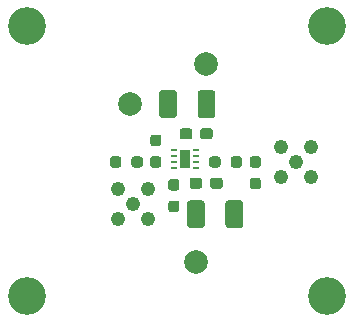
<source format=gbr>
G04 #@! TF.GenerationSoftware,KiCad,Pcbnew,(5.1.9-0-10_14)*
G04 #@! TF.CreationDate,2021-04-04T17:46:36+02:00*
G04 #@! TF.ProjectId,wson8,77736f6e-382e-46b6-9963-61645f706362,rev?*
G04 #@! TF.SameCoordinates,Original*
G04 #@! TF.FileFunction,Soldermask,Top*
G04 #@! TF.FilePolarity,Negative*
%FSLAX46Y46*%
G04 Gerber Fmt 4.6, Leading zero omitted, Abs format (unit mm)*
G04 Created by KiCad (PCBNEW (5.1.9-0-10_14)) date 2021-04-04 17:46:36*
%MOMM*%
%LPD*%
G01*
G04 APERTURE LIST*
%ADD10C,1.240000*%
%ADD11C,2.000000*%
%ADD12C,3.200000*%
%ADD13R,0.500000X0.250000*%
%ADD14R,0.900000X1.600000*%
G04 APERTURE END LIST*
G36*
G01*
X114316500Y-106798300D02*
X114791500Y-106798300D01*
G75*
G02*
X115029000Y-107035800I0J-237500D01*
G01*
X115029000Y-107535800D01*
G75*
G02*
X114791500Y-107773300I-237500J0D01*
G01*
X114316500Y-107773300D01*
G75*
G02*
X114079000Y-107535800I0J237500D01*
G01*
X114079000Y-107035800D01*
G75*
G02*
X114316500Y-106798300I237500J0D01*
G01*
G37*
G36*
G01*
X114316500Y-104973300D02*
X114791500Y-104973300D01*
G75*
G02*
X115029000Y-105210800I0J-237500D01*
G01*
X115029000Y-105710800D01*
G75*
G02*
X114791500Y-105948300I-237500J0D01*
G01*
X114316500Y-105948300D01*
G75*
G02*
X114079000Y-105710800I0J237500D01*
G01*
X114079000Y-105210800D01*
G75*
G02*
X114316500Y-104973300I237500J0D01*
G01*
G37*
G36*
G01*
X111612500Y-105223300D02*
X111612500Y-105698300D01*
G75*
G02*
X111375000Y-105935800I-237500J0D01*
G01*
X110875000Y-105935800D01*
G75*
G02*
X110637500Y-105698300I0J237500D01*
G01*
X110637500Y-105223300D01*
G75*
G02*
X110875000Y-104985800I237500J0D01*
G01*
X111375000Y-104985800D01*
G75*
G02*
X111612500Y-105223300I0J-237500D01*
G01*
G37*
G36*
G01*
X113437500Y-105223300D02*
X113437500Y-105698300D01*
G75*
G02*
X113200000Y-105935800I-237500J0D01*
G01*
X112700000Y-105935800D01*
G75*
G02*
X112462500Y-105698300I0J237500D01*
G01*
X112462500Y-105223300D01*
G75*
G02*
X112700000Y-104985800I237500J0D01*
G01*
X113200000Y-104985800D01*
G75*
G02*
X113437500Y-105223300I0J-237500D01*
G01*
G37*
G36*
G01*
X105883700Y-104973300D02*
X106358700Y-104973300D01*
G75*
G02*
X106596200Y-105210800I0J-237500D01*
G01*
X106596200Y-105710800D01*
G75*
G02*
X106358700Y-105948300I-237500J0D01*
G01*
X105883700Y-105948300D01*
G75*
G02*
X105646200Y-105710800I0J237500D01*
G01*
X105646200Y-105210800D01*
G75*
G02*
X105883700Y-104973300I237500J0D01*
G01*
G37*
G36*
G01*
X105883700Y-103148300D02*
X106358700Y-103148300D01*
G75*
G02*
X106596200Y-103385800I0J-237500D01*
G01*
X106596200Y-103885800D01*
G75*
G02*
X106358700Y-104123300I-237500J0D01*
G01*
X105883700Y-104123300D01*
G75*
G02*
X105646200Y-103885800I0J237500D01*
G01*
X105646200Y-103385800D01*
G75*
G02*
X105883700Y-103148300I237500J0D01*
G01*
G37*
G36*
G01*
X103208900Y-105223300D02*
X103208900Y-105698300D01*
G75*
G02*
X102971400Y-105935800I-237500J0D01*
G01*
X102471400Y-105935800D01*
G75*
G02*
X102233900Y-105698300I0J237500D01*
G01*
X102233900Y-105223300D01*
G75*
G02*
X102471400Y-104985800I237500J0D01*
G01*
X102971400Y-104985800D01*
G75*
G02*
X103208900Y-105223300I0J-237500D01*
G01*
G37*
G36*
G01*
X105033900Y-105223300D02*
X105033900Y-105698300D01*
G75*
G02*
X104796400Y-105935800I-237500J0D01*
G01*
X104296400Y-105935800D01*
G75*
G02*
X104058900Y-105698300I0J237500D01*
G01*
X104058900Y-105223300D01*
G75*
G02*
X104296400Y-104985800I237500J0D01*
G01*
X104796400Y-104985800D01*
G75*
G02*
X105033900Y-105223300I0J-237500D01*
G01*
G37*
G36*
G01*
X107407700Y-108728700D02*
X107882700Y-108728700D01*
G75*
G02*
X108120200Y-108966200I0J-237500D01*
G01*
X108120200Y-109466200D01*
G75*
G02*
X107882700Y-109703700I-237500J0D01*
G01*
X107407700Y-109703700D01*
G75*
G02*
X107170200Y-109466200I0J237500D01*
G01*
X107170200Y-108966200D01*
G75*
G02*
X107407700Y-108728700I237500J0D01*
G01*
G37*
G36*
G01*
X107407700Y-106903700D02*
X107882700Y-106903700D01*
G75*
G02*
X108120200Y-107141200I0J-237500D01*
G01*
X108120200Y-107641200D01*
G75*
G02*
X107882700Y-107878700I-237500J0D01*
G01*
X107407700Y-107878700D01*
G75*
G02*
X107170200Y-107641200I0J237500D01*
G01*
X107170200Y-107141200D01*
G75*
G02*
X107407700Y-106903700I237500J0D01*
G01*
G37*
D10*
X116687600Y-106730800D03*
X119227600Y-104190800D03*
X119227600Y-106730800D03*
X116687600Y-104190800D03*
X117957600Y-105460800D03*
X102946200Y-110286800D03*
X105486200Y-107746800D03*
X105486200Y-110286800D03*
X102946200Y-107746800D03*
X104216200Y-109016800D03*
D11*
X109524800Y-113919000D03*
X103936800Y-100558600D03*
X110413800Y-97155000D03*
D12*
X95250000Y-116840000D03*
X120650000Y-116840000D03*
X120650000Y-93980000D03*
X95250000Y-93980000D03*
G36*
G01*
X110276000Y-108955400D02*
X110276000Y-110805400D01*
G75*
G02*
X110026000Y-111055400I-250000J0D01*
G01*
X109026000Y-111055400D01*
G75*
G02*
X108776000Y-110805400I0J250000D01*
G01*
X108776000Y-108955400D01*
G75*
G02*
X109026000Y-108705400I250000J0D01*
G01*
X110026000Y-108705400D01*
G75*
G02*
X110276000Y-108955400I0J-250000D01*
G01*
G37*
G36*
G01*
X113526000Y-108955400D02*
X113526000Y-110805400D01*
G75*
G02*
X113276000Y-111055400I-250000J0D01*
G01*
X112276000Y-111055400D01*
G75*
G02*
X112026000Y-110805400I0J250000D01*
G01*
X112026000Y-108955400D01*
G75*
G02*
X112276000Y-108705400I250000J0D01*
G01*
X113276000Y-108705400D01*
G75*
G02*
X113526000Y-108955400I0J-250000D01*
G01*
G37*
G36*
G01*
X110062300Y-107026700D02*
X110062300Y-107501700D01*
G75*
G02*
X109824800Y-107739200I-237500J0D01*
G01*
X109224800Y-107739200D01*
G75*
G02*
X108987300Y-107501700I0J237500D01*
G01*
X108987300Y-107026700D01*
G75*
G02*
X109224800Y-106789200I237500J0D01*
G01*
X109824800Y-106789200D01*
G75*
G02*
X110062300Y-107026700I0J-237500D01*
G01*
G37*
G36*
G01*
X111787300Y-107026700D02*
X111787300Y-107501700D01*
G75*
G02*
X111549800Y-107739200I-237500J0D01*
G01*
X110949800Y-107739200D01*
G75*
G02*
X110712300Y-107501700I0J237500D01*
G01*
X110712300Y-107026700D01*
G75*
G02*
X110949800Y-106789200I237500J0D01*
G01*
X111549800Y-106789200D01*
G75*
G02*
X111787300Y-107026700I0J-237500D01*
G01*
G37*
G36*
G01*
X109224100Y-102835700D02*
X109224100Y-103310700D01*
G75*
G02*
X108986600Y-103548200I-237500J0D01*
G01*
X108386600Y-103548200D01*
G75*
G02*
X108149100Y-103310700I0J237500D01*
G01*
X108149100Y-102835700D01*
G75*
G02*
X108386600Y-102598200I237500J0D01*
G01*
X108986600Y-102598200D01*
G75*
G02*
X109224100Y-102835700I0J-237500D01*
G01*
G37*
G36*
G01*
X110949100Y-102835700D02*
X110949100Y-103310700D01*
G75*
G02*
X110711600Y-103548200I-237500J0D01*
G01*
X110111600Y-103548200D01*
G75*
G02*
X109874100Y-103310700I0J237500D01*
G01*
X109874100Y-102835700D01*
G75*
G02*
X110111600Y-102598200I237500J0D01*
G01*
X110711600Y-102598200D01*
G75*
G02*
X110949100Y-102835700I0J-237500D01*
G01*
G37*
G36*
G01*
X107913800Y-99633600D02*
X107913800Y-101483600D01*
G75*
G02*
X107663800Y-101733600I-250000J0D01*
G01*
X106663800Y-101733600D01*
G75*
G02*
X106413800Y-101483600I0J250000D01*
G01*
X106413800Y-99633600D01*
G75*
G02*
X106663800Y-99383600I250000J0D01*
G01*
X107663800Y-99383600D01*
G75*
G02*
X107913800Y-99633600I0J-250000D01*
G01*
G37*
G36*
G01*
X111163800Y-99633600D02*
X111163800Y-101483600D01*
G75*
G02*
X110913800Y-101733600I-250000J0D01*
G01*
X109913800Y-101733600D01*
G75*
G02*
X109663800Y-101483600I0J250000D01*
G01*
X109663800Y-99633600D01*
G75*
G02*
X109913800Y-99383600I250000J0D01*
G01*
X110913800Y-99383600D01*
G75*
G02*
X111163800Y-99633600I0J-250000D01*
G01*
G37*
D13*
X109535000Y-105456800D03*
X109535000Y-105956800D03*
X107635000Y-105956800D03*
X107635000Y-104956800D03*
X107635000Y-104456800D03*
D14*
X108585000Y-105206800D03*
D13*
X109535000Y-104456800D03*
X109535000Y-104956800D03*
X107635000Y-105456800D03*
M02*

</source>
